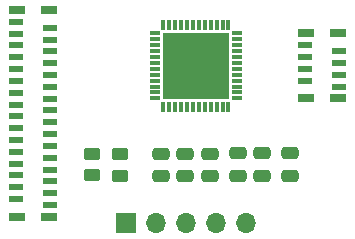
<source format=gts>
G04 #@! TF.GenerationSoftware,KiCad,Pcbnew,6.0.8+dfsg-1~bpo11+1*
G04 #@! TF.CreationDate,2023-03-31T17:36:42-04:00*
G04 #@! TF.ProjectId,IQS550_captouch_breakout,49515335-3530-45f6-9361-70746f756368,rev?*
G04 #@! TF.SameCoordinates,Original*
G04 #@! TF.FileFunction,Soldermask,Top*
G04 #@! TF.FilePolarity,Negative*
%FSLAX46Y46*%
G04 Gerber Fmt 4.6, Leading zero omitted, Abs format (unit mm)*
G04 Created by KiCad (PCBNEW 6.0.8+dfsg-1~bpo11+1) date 2023-03-31 17:36:42*
%MOMM*%
%LPD*%
G01*
G04 APERTURE LIST*
G04 Aperture macros list*
%AMRoundRect*
0 Rectangle with rounded corners*
0 $1 Rounding radius*
0 $2 $3 $4 $5 $6 $7 $8 $9 X,Y pos of 4 corners*
0 Add a 4 corners polygon primitive as box body*
4,1,4,$2,$3,$4,$5,$6,$7,$8,$9,$2,$3,0*
0 Add four circle primitives for the rounded corners*
1,1,$1+$1,$2,$3*
1,1,$1+$1,$4,$5*
1,1,$1+$1,$6,$7*
1,1,$1+$1,$8,$9*
0 Add four rect primitives between the rounded corners*
20,1,$1+$1,$2,$3,$4,$5,0*
20,1,$1+$1,$4,$5,$6,$7,0*
20,1,$1+$1,$6,$7,$8,$9,0*
20,1,$1+$1,$8,$9,$2,$3,0*%
G04 Aperture macros list end*
%ADD10RoundRect,0.250000X0.450000X-0.262500X0.450000X0.262500X-0.450000X0.262500X-0.450000X-0.262500X0*%
%ADD11R,1.400000X0.800000*%
%ADD12R,1.200000X0.600000*%
%ADD13R,1.700000X1.700000*%
%ADD14O,1.700000X1.700000*%
%ADD15R,0.300000X0.850000*%
%ADD16R,0.850000X0.300000*%
%ADD17R,5.700000X5.600000*%
%ADD18RoundRect,0.250000X-0.475000X0.250000X-0.475000X-0.250000X0.475000X-0.250000X0.475000X0.250000X0*%
G04 APERTURE END LIST*
D10*
X135850000Y-100337500D03*
X135850000Y-98512500D03*
X138200000Y-100362500D03*
X138200000Y-98537500D03*
D11*
X132175000Y-103850000D03*
X129475000Y-103850000D03*
X132175000Y-86350000D03*
X129475000Y-86350000D03*
D12*
X132275000Y-102850000D03*
X129375000Y-102350000D03*
X132275000Y-101850000D03*
X129375000Y-101350000D03*
X132275000Y-100850000D03*
X129375000Y-100350000D03*
X132275000Y-99850000D03*
X129375000Y-99350000D03*
X132275000Y-98850000D03*
X129375000Y-98350000D03*
X132275000Y-97850000D03*
X129375000Y-97350000D03*
X132275000Y-96850000D03*
X129375000Y-96350000D03*
X132275000Y-95850000D03*
X129375000Y-95350000D03*
X132275000Y-94850000D03*
X129375000Y-94350000D03*
X132275000Y-93850000D03*
X129375000Y-93350000D03*
X132275000Y-92850000D03*
X129375000Y-92350000D03*
X132275000Y-91850000D03*
X129375000Y-91350000D03*
X132275000Y-90850000D03*
X129375000Y-90350000D03*
X132275000Y-89850000D03*
X129375000Y-89350000D03*
X132275000Y-88850000D03*
X129375000Y-88350000D03*
X132275000Y-87850000D03*
X129375000Y-87350000D03*
D13*
X138725000Y-104400000D03*
D14*
X141265000Y-104400000D03*
X143805000Y-104400000D03*
X146345000Y-104400000D03*
X148885000Y-104400000D03*
D12*
X156800000Y-92825000D03*
X153900000Y-92325000D03*
X156800000Y-91825000D03*
X153900000Y-91325000D03*
X156800000Y-90825000D03*
X153900000Y-90325000D03*
X156800000Y-89825000D03*
X153900000Y-89325000D03*
D11*
X156700000Y-93825000D03*
X154000000Y-93825000D03*
X156700000Y-88325000D03*
X154000000Y-88325000D03*
D15*
X141900000Y-94525000D03*
X142400000Y-94525000D03*
X142900000Y-94525000D03*
X143400000Y-94525000D03*
X143900000Y-94525000D03*
X144400000Y-94525000D03*
X144900000Y-94525000D03*
X145400000Y-94525000D03*
X145900000Y-94525000D03*
X146400000Y-94525000D03*
X146900000Y-94525000D03*
X147400000Y-94525000D03*
D16*
X148100000Y-93825000D03*
X148100000Y-93325000D03*
X148100000Y-92825000D03*
X148100000Y-92325000D03*
X148100000Y-91825000D03*
X148100000Y-91325000D03*
X148100000Y-90825000D03*
X148100000Y-90325000D03*
X148100000Y-89825000D03*
X148100000Y-89325000D03*
X148100000Y-88825000D03*
X148100000Y-88325000D03*
D15*
X147400000Y-87625000D03*
X146900000Y-87625000D03*
X146400000Y-87625000D03*
X145900000Y-87625000D03*
X145400000Y-87625000D03*
X144900000Y-87625000D03*
X144400000Y-87625000D03*
X143900000Y-87625000D03*
X143400000Y-87625000D03*
X142900000Y-87625000D03*
X142400000Y-87625000D03*
X141900000Y-87625000D03*
D16*
X141200000Y-88325000D03*
X141200000Y-88825000D03*
X141200000Y-89325000D03*
X141200000Y-89825000D03*
X141200000Y-90325000D03*
X141200000Y-90825000D03*
X141200000Y-91325000D03*
X141200000Y-91825000D03*
X141200000Y-92325000D03*
X141200000Y-92825000D03*
X141200000Y-93325000D03*
X141200000Y-93825000D03*
D17*
X144650000Y-91075000D03*
D18*
X152600000Y-98475000D03*
X152600000Y-100375000D03*
X141650000Y-98500000D03*
X141650000Y-100400000D03*
X150250000Y-98475000D03*
X150250000Y-100375000D03*
X145800000Y-98500000D03*
X145800000Y-100400000D03*
X148175000Y-98475000D03*
X148175000Y-100375000D03*
X143725000Y-98500000D03*
X143725000Y-100400000D03*
M02*

</source>
